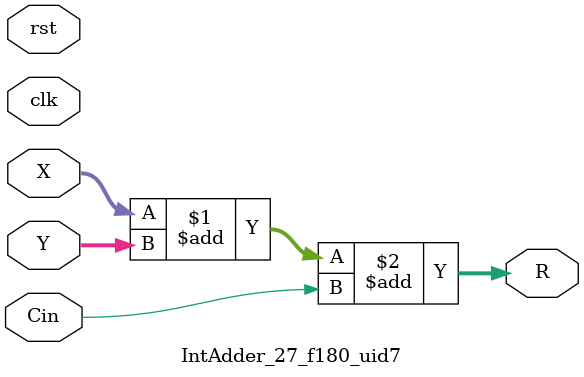
<source format=v>

module IntAdder_27_f180_uid7(clk, rst, X, Y, Cin, R);
   input         clk;
   input         rst;
   input [26:0]  X;
   input [26:0]  Y;
   input         Cin;
   output [26:0] R;
   /*
   always @(posedge clk)
      
         ;
	*/
   assign R = X + Y + Cin;
   
endmodule

</source>
